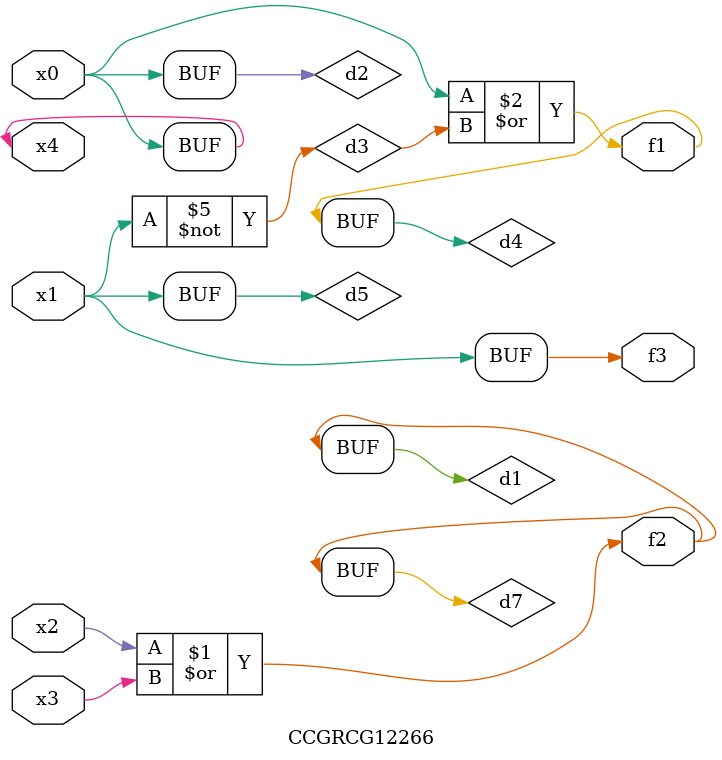
<source format=v>
module CCGRCG12266(
	input x0, x1, x2, x3, x4,
	output f1, f2, f3
);

	wire d1, d2, d3, d4, d5, d6, d7;

	or (d1, x2, x3);
	buf (d2, x0, x4);
	not (d3, x1);
	or (d4, d2, d3);
	not (d5, d3);
	nand (d6, d1, d3);
	or (d7, d1);
	assign f1 = d4;
	assign f2 = d7;
	assign f3 = d5;
endmodule

</source>
